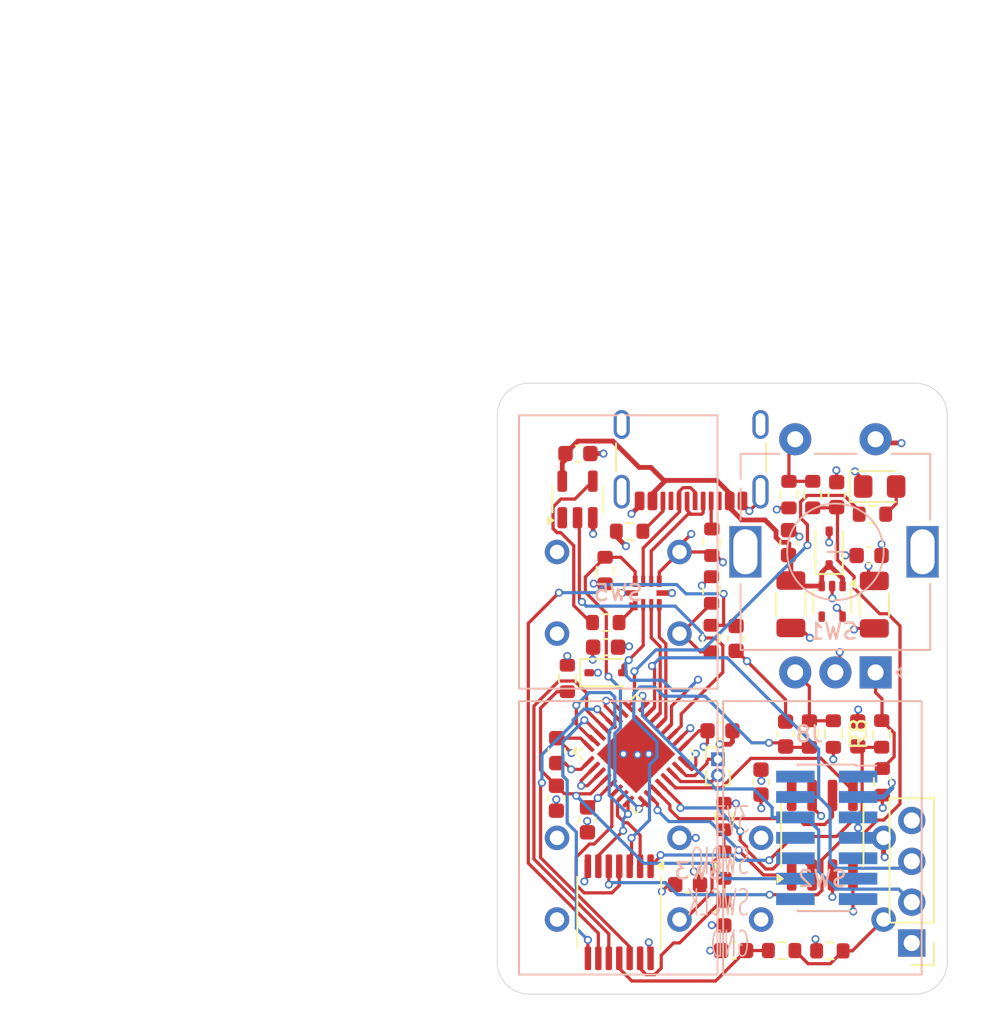
<source format=kicad_pcb>
(kicad_pcb (version 20241229) (generator "pcbnew") (generator_version "9.0")
  (layers (0 "F.Cu" signal) (4 "In1.Cu" mixed) (6 "In2.Cu" mixed) (2 "B.Cu" signal) (13 "F.Paste" user) (15 "B.Paste" user) (5 "F.SilkS" user "F.Silkscreen") (7 "B.SilkS" user "B.Silkscreen") (1 "F.Mask" user) (3 "B.Mask" user) (25 "Edge.Cuts" user))
  (net 0 "")
  (net 1 "3V3")
  (net 2 "GND")
  (net 3 "NRST")
  (net 4 "Net-(D1-A)")
  (net 5 "LED")
  (net 6 "enc_A")
  (net 7 "BOOT0")
  (net 8 "Net-(C17-Pad1)")
  (net 9 "SWCLK")
  (net 10 "Net-(SW5-C)")
  (net 11 "enc_B")
  (net 12 "USART1_RX")
  (net 13 "USART1_TX")
  (net 14 "pushbutton_B")
  (net 15 "pushbutton_A")
  (net 16 "SWDIO")
  (net 17 "Net-(SW2-C)")
  (net 19 "5V")
  (net 20 "/usb_N")
  (net 22 "/usb_P")
  (net 24 "Net-(J1-CC1)")
  (net 25 "Net-(J1-CC2)")
  (net 26 "Net-(C6-Pad1)")
  (net 27 "Net-(C7-Pad1)")
  (net 28 "Net-(C8-Pad1)")
  (net 29 "Net-(C9-Pad1)")
  (net 30 "Net-(C10-Pad1)")
  (net 39 "Net-(R1-Pad1)")
  (net 40 "Net-(R6-Pad1)")
  (net 41 "Net-(R7-Pad1)")
  (net 42 "Net-(SW3-C)")
  (net 43 "Net-(U4-Y)")
  (net 44 "usb_switch")
  (net 45 "/usb_mcu_N")
  (net 46 "/usb_mcu_P")
  (net 47 "Net-(U1-PA9)")
  (net 52 "MISO")
  (net 53 "SCK")
  (net 54 "pushbutton_C")
  (net 55 "CS")
  (net 56 "MOSI")
  (net 57 "Net-(J3-Pin_1)")
  (net 58 "Net-(J3-Pin_2)")
  (footprint "Connector_PinHeader_2.54mm:PinHeader_1x04_P2.54mm_Vertical" (layer "F.Cu") (at 151.61 105.6 180)
    (property "Reference" "J5" (hide yes))
    (property "Value" "Conn_01x04")
  )
  (footprint "Package_SO:TSSOP-14_4.4x5mm_P0.65mm" (layer "F.Cu") (at 133.41 103.6875 -90)
    (property "Reference" "U6" (hide yes))
    (property "Value" "SN74LV14APWR")
  )
  (footprint "Capacitor_SMD:C_0603_1608Metric" (layer "F.Cu") (at 137.665 101.97)
    (property "Reference" "C13" (hide yes))
    (property "Value" "1uF")
  )
  (footprint "Resistor_SMD:R_0603_1608Metric" (layer "F.Cu") (at 143.515 106.07 180)
    (property "Reference" "R13" (hide yes))
    (property "Value" "10k")
  )
  (footprint "Connector_USB:USB_C_Receptacle_GCT_USB4105-xx-A_16P_TopMnt_Horizontal" (layer "F.Cu") (at 137.88 74.425 180)
    (property "Reference" "J1" (hide yes))
    (property "Value" "USB4105-GF-A-120")
  )
  (footprint "Diode_SMD:D_SOD-323" (layer "F.Cu") (at 146.47 81.04 90)
    (property "Reference" "D2" (hide yes))
    (property "Value" "1N5819WS")
  )
  (footprint "Resistor_SMD:R_0603_1608Metric" (layer "F.Cu") (at 146.73 92.605 -90)
    (property "Reference" "R6" (hide yes))
    (property "Value" "10k")
  )
  (footprint "Package_SO:SOIC-8_3.9x4.9mm_P1.27mm" (layer "F.Cu") (at 146.045 98.895 90)
    (property "Reference" "U5" (hide yes))
    (property "Value" "M95M04-DRMN6TP")
  )
  (footprint "Capacitor_SMD:C_0603_1608Metric" (layer "F.Cu") (at 132.5625 87.2 180)
    (property "Reference" "C15" (hide yes))
    (property "Value" "1uF")
  )
  (footprint "footprints:RSE10" (layer "F.Cu") (at 135.15 83.8326 90)
    (property "Reference" "U2" (hide yes))
    (property "Value" "TS3USB221ARSER")
  )
  (footprint "Diode_SMD:D_SOD-323" (layer "F.Cu") (at 132.59 88.79)
    (property "Reference" "D3" (hide yes))
    (property "Value" "1N5819WS")
  )
  (footprint "Capacitor_SMD:C_0603_1608Metric" (layer "F.Cu") (at 146.94 77.715 90)
    (property "Reference" "C10" (hide yes))
    (property "Value" "1uF")
  )
  (footprint "Package_TO_SOT_SMD:SOT-353_SC-70-5" (layer "F.Cu") (at 146.6575 84.35 -90)
    (property "Reference" "U3" (hide yes))
    (property "Value" "MIC5365-3.3YC5-TR")
  )
  (footprint "Resistor_SMD:R_0603_1608Metric" (layer "F.Cu") (at 146.515 106.09 180)
    (property "Reference" "R11" (hide yes))
    (property "Value" "10k")
  )
  (footprint "Capacitor_SMD:C_0603_1608Metric" (layer "F.Cu") (at 148.25 92.595 90)
    (property "Reference" "C6" (hide yes))
    (property "Value" "1uF")
  )
  (footprint "Capacitor_SMD:C_0603_1608Metric" (layer "F.Cu") (at 131.43 97.94 -90)
    (property "Reference" "C12" (hide yes))
    (property "Value" "1uF")
  )
  (footprint "Resistor_SMD:R_0603_1608Metric" (layer "F.Cu") (at 143.97 77.715 -90)
    (property "Reference" "R1" (hide yes))
    (property "Value" "10k")
  )
  (footprint "Resistor_SMD:R_0603_1608Metric" (layer "F.Cu") (at 134.055 79.99)
    (property "Reference" "R3" (hide yes))
    (property "Value" "5k1")
  )
  (footprint "Resistor_SMD:R_0603_1608Metric" (layer "F.Cu") (at 139.92 97.735 90)
    (property "Reference" "R15" (hide yes))
    (property "Value" "10k")
  )
  (footprint "Resistor_SMD:R_0603_1608Metric" (layer "F.Cu") (at 130.18 89.145 90)
    (property "Reference" "R5" (hide yes))
    (property "Value" "10k")
  )
  (footprint "Capacitor_SMD:C_0603_1608Metric" (layer "F.Cu") (at 129.52 93.635 90)
    (property "Reference" "C11" (hide yes))
    (property "Value" "1uF")
  )
  (footprint "Resistor_SMD:R_0603_1608Metric" (layer "F.Cu") (at 145.45 77.71 90)
    (property "Reference" "R14" (hide yes))
    (property "Value" "10k")
  )
  (footprint "Capacitor_SMD:C_0603_1608Metric" (layer "F.Cu") (at 139.68 92.4)
    (property "Reference" "C5" (hide yes))
    (property "Value" "1uF")
  )
  (footprint "Capacitor_SMD:C_0603_1608Metric" (layer "F.Cu") (at 142.23 95.595 -90)
    (property "Reference" "C18" (hide yes))
    (property "Value" "1uF")
  )
  (footprint "Resistor_SMD:R_0603_1608Metric" (layer "F.Cu") (at 132.5725 85.67)
    (property "Reference" "R16" (hide yes))
    (property "Value" "220R")
  )
  (footprint "Resistor_SMD:R_0603_1608Metric" (layer "F.Cu") (at 132.53 82.435 90)
    (property "Reference" "R18" (hide yes))
    (property "Value" "20k")
  )
  (footprint "Resistor_SMD:R_0603_1608Metric" (layer "F.Cu") (at 149.165 78.93)
    (property "Reference" "R4" (hide yes))
    (property "Value" "1k")
  )
  (footprint "Resistor_SMD:R_0603_1608Metric" (layer "F.Cu") (at 139.15 83.645 90)
    (property "Reference" "R10" (hide yes))
    (property "Value" "10k")
  )
  (footprint "Package_TO_SOT_SMD:SOT-23-5" (layer "F.Cu") (at 130.815 78.0125 90)
    (property "Reference" "U4" (hide yes))
    (property "Value" "SN74LV1T34DBVR")
  )
  (footprint "Capacitor_SMD:C_0603_1608Metric" (layer "F.Cu") (at 129.5 96.595 -90)
    (property "Reference" "C2" (hide yes))
    (property "Value" "1uF")
  )
  (footprint "Capacitor_SMD:C_0603_1608Metric" (layer "F.Cu") (at 139.92 103.735 -90)
    (property "Reference" "C17" (hide yes))
    (property "Value" "1uF")
  )
  (footprint "Capacitor_SMD:C_0603_1608Metric" (layer "F.Cu") (at 130.84 75.16)
    (property "Reference" "C16" (hide yes))
    (property "Value" "1uF")
  )
  (footprint "Resistor_SMD:R_0603_1608Metric" (layer "F.Cu") (at 139.92 100.755 -90)
    (property "Reference" "R17" (hide yes))
    (property "Value" "10k")
  )
  (footprint "LED_SMD:LED_0805_2012Metric_Pad1.15x1.40mm_HandSolder" (layer "F.Cu") (at 149.615 77.21)
    (property "Reference" "D1" (hide yes))
    (property "Value" "LED")
  )
  (footprint "Capacitor_SMD:C_0603_1608Metric" (layer "F.Cu") (at 140.525 106.07 180)
    (property "Reference" "C9" (hide yes))
    (property "Value" "1uF")
  )
  (footprint "Resistor_SMD:R_0603_1608Metric" (layer "F.Cu") (at 149.78 95.575 -90)
    (property "Reference" "R7" (hide yes))
    (property "Value" "10k")
  )
  (footprint "Resistor_SMD:R_0603_1608Metric" (layer "F.Cu") (at 149.74 92.595 90)
    (property "Reference" "R8")
    (property "Value" "10k")
  )
  (footprint "Capacitor_SMD:C_0603_1608Metric" (layer "F.Cu") (at 148.955 81.5 180)
    (property "Reference" "C4" (hide yes))
    (property "Value" "1uF")
  )
  (footprint "Capacitor_SMD:C_1206_3216Metric" (layer "F.Cu") (at 144.09 84.53 -90)
    (property "Reference" "C1" (hide yes))
    (property "Value" "16V/47uF")
  )
  (footprint "Capacitor_SMD:C_0603_1608Metric" (layer "F.Cu") (at 140.68 86.655 -90)
    (property "Reference" "C8" (hide yes))
    (property "Value" "1uF")
  )
  (footprint "Resistor_SMD:R_0603_1608Metric" (layer "F.Cu") (at 139.13 86.665 90)
    (property "Reference" "R12" (hide yes))
    (property "Value" "10k")
  )
  (footprint "Capacitor_SMD:C_0603_1608Metric" (layer "F.Cu") (at 143.9425 80.7 90)
    (property "Reference" "C3" (hide yes))
    (property "Value" "1uF")
  )
  (footprint "Resistor_SMD:R_0603_1608Metric" (layer "F.Cu") (at 139.17 80.675 90)
    (property "Reference" "R2" (hide yes))
    (property "Value" "5k1")
  )
  (footprint "Package_DFN_QFN:QFN-32-1EP_5x5mm_P0.5mm_EP3.45x3.45mm" (layer "F.Cu") (at 134.459 93.8461 45)
    (property "Reference" "U1" (hide yes))
    (property "Value" "STM32L432KBU6")
  )
  (footprint "Capacitor_SMD:C_1206_3216Metric" (layer "F.Cu") (at 149.28 84.555 -90)
    (property "Reference" "C14" (hide yes))
    (property "Value" "16V/47uF")
  )
  (footprint "Resistor_SMD:R_0603_1608Metric" (layer "F.Cu") (at 145.24 92.605 90)
    (property "Reference" "R9" (hide yes))
    (property "Value" "10k")
  )
  (footprint "Connector_PinHeader_1.00mm:PinHeader_1x02_P1.00mm_Vertical" (layer "F.Cu") (at 139.55 94.17)
    (property "Reference" "J3" (hide yes))
    (property "Value" "Conn_01x02")
  )
  (footprint "Capacitor_SMD:C_0603_1608Metric" (layer "F.Cu") (at 143.76 92.605 90)
    (property "Reference" "C7" (hide yes))
    (property "Value" "1uF")
  )
  (footprint "PB86:PB_86_A0" (layer "B.Cu") (at 133.35 99.06 180)
    (property "Reference" "SW3")
    (property "Value" "PB_86_A1")
  )
  (footprint "PB86:PB_86_A0" (layer "B.Cu") (at 146.05 99.06 180)
    (property "Reference" "SW2")
    (property "Value" "PB_86_A1")
  )
  (footprint "Rotary_Encoder:RotaryEncoder_Alps_EC11E-Switch_Vertical_H20mm" (layer "B.Cu") (at 149.36 88.77 90)
    (property "Reference" "SW1")
    (property "Value" "RotaryEncoder_Switch")
  )
  (footprint "Connector_PinHeader_1.27mm:PinHeader_2x07_P1.27mm_Vertical_SMD" (layer "B.Cu") (at 146.32 99.06 180)
    (property "Reference" "J8")
    (property "Value" "Conn_ST_STDC14")
  )
  (footprint "PB86:PB_86_A0" (layer "B.Cu") (at 133.35 81.28 180)
    (property "Reference" "SW5")
    (property "Value" "PB_86_A1")
  )
  (gr_arc (start 125.82 72.78) (mid 126.405786 71.365786) (end 127.82 70.78) (stroke (width 0.05)) (layer "Edge.Cuts"))
  (gr_line (start 127.82 108.78) (end 151.82 108.78) (stroke (width 0.05)) (layer "Edge.Cuts"))
  (gr_line (start 125.82 72.78) (end 125.82 106.78) (stroke (width 0.05)) (layer "Edge.Cuts"))
  (gr_line (start 153.82 106.78) (end 153.820001 72.78) (stroke (width 0.05)) (layer "Edge.Cuts"))
  (gr_arc (start 127.82 108.78) (mid 126.405786 108.194214) (end 125.82 106.78) (stroke (width 0.05)) (layer "Edge.Cuts"))
  (gr_arc (start 151.820001 70.78) (mid 153.234215 71.365786) (end 153.820001 72.78) (stroke (width 0.05)) (layer "Edge.Cuts"))
  (gr_line (start 127.82 70.78) (end 151.820001 70.78) (stroke (width 0.05)) (layer "Edge.Cuts"))
  (gr_arc (start 153.82 106.78) (mid 153.234214 108.194214) (end 151.82 108.78) (stroke (width 0.05)) (layer "Edge.Cuts"))
  (gr_text "3V3\nSWDIO\nSWCLK\nGND" (at 141.59 106.61 0) (layer "B.SilkS") (effects (font (size 1.6 0.8) (thickness 0.1)) (justify left bottom mirror)))
  (segment (start 143.31 78.54) (end 143.21 78.64) (width 0.2) (layer "F.Cu") (net 1))
  (segment (start 148.92 82.16) (end 148.92 82.72) (width 0.2) (layer "F.Cu") (net 1))
  (segment (start 130.03 94.41) (end 130.42 94.8) (width 0.2) (layer "F.Cu") (net 1))
  (segment (start 132.4933 96.1653) (end 132.9122 95.7464) (width 0.2) (layer "F.Cu") (net 1))
  (segment (start 145.69 105.43) (end 145.62 105.36) (width 0.2) (layer "F.Cu") (net 1))
  (segment (start 132.42 83.25) (end 132.52 83.25) (width 0.2) (layer "F.Cu") (net 1))
  (segment (start 146.73 93.43) (end 146.73 94.18) (width 0.2) (layer "F.Cu") (net 1))
  (segment (start 148.92 82.72) (end 149.28 83.08) (width 0.2) (layer "F.Cu") (net 1))
  (segment (start 131.43 97.087) (end 131.43 97.165) (width 0.2) (layer "F.Cu") (net 1))
  (segment (start 147.3075 85.2067) (end 147.3075 85.3) (width 0.2) (layer "F.Cu") (net 1))
  (segment (start 133.3875 87.15) (end 133.3375 87.2) (width 0.2) (layer "F.Cu") (net 1))
  (segment (start 147.3075 85.3) (end 147.3075 85.112461) (width 0.2) (layer "F.Cu") (net 1))
  (segment (start 130.18 87.75) (end 130.18 88.0775) (width 0.3) (layer "F.Cu") (net 1))
  (segment (start 138.905 92.4) (end 138.379974 92.4) (width 0.2) (layer "F.Cu") (net 1))
  (segment (start 135.25 105.8625) (end 135.36 105.9725) (width 0.2) (layer "F.Cu") (net 1))
  (segment (start 145.69 106.09) (end 145.69 105.43) (width 0.2) (layer "F.Cu") (net 1))
  (segment (start 147.3075 85.112461) (end 146.94432 84.749281) (width 0.2) (layer "F.Cu") (net 1))
  (segment (start 133.5826 83.8326) (end 134.197556 83.8326) (width 0.2) (layer "F.Cu") (net 1))
  (segment (start 132.52 83.25) (end 132.53 83.26) (width 0.2) (layer "F.Cu") (net 1))
  (segment (start 149.78 97.176117) (end 149.80442 97.200537) (width 0.2) (layer "F.Cu") (net 1))
  (segment (start 145.41 97.139998) (end 145.970002 97.7) (width 0.2) (layer "F.Cu") (net 1))
  (segment (start 131.82 83.25) (end 132.42 83.25) (width 0.3) (layer "F.Cu") (net 1))
  (segment (start 132.08 88.79) (end 131.54 88.79) (width 0.2) (layer "F.Cu") (net 1))
  (segment (start 138.905 93.145) (end 138.905 92.4) (width 0.2) (layer "F.Cu") (net 1))
  (segment (start 145.41 96.42) (end 145.41 97.139998) (width 0.2) (layer "F.Cu") (net 1))
  (segment (start 132.912204 95.746449) (end 132.074327 96.584327) (width 0.2) (layer "F.Cu") (net 1))
  (segment (start 131.030226 94.8) (end 131.49799 94.332236) (width 0.2) (layer "F.Cu") (net 1))
  (segment (start 139.15 82.82) (end 139.1 82.82) (width 0.2) (layer "F.Cu") (net 1))
  (segment (start 149.73 80.8) (end 149.73 81.5) (width 0.2) (layer "F.Cu") (net 1))
  (segment (start 140.66 96.91) (end 140.67 96.92) (width 0.2) (layer "F.Cu") (net 1))
  (segment (start 144.14 96.42) (end 145.41 96.42) (width 0.3) (layer "F.Cu") (net 1))
  (segment (start 149.78 96.4) (end 149.78 97.176117) (width 0.2) (layer "F.Cu") (net 1))
  (segment (start 136.89 101.97) (end 136.49 101.97) (width 0.2) (layer "F.Cu") (net 1))
  (segment (start 146.68 101.37) (end 146.68 102.729998) (width 0.2) (layer "F.Cu") (net 1))
  (segment (start 131.833654 96.825) (end 131.55 96.825) (width 0.2) (layer "F.Cu") (net 1))
  (segment (start 136.49 101.97) (end 136.06 102.4) (width 0.2) (layer "F.Cu") (net 1))
  (segment (start 130.18 88.0775) (end 130.4225 88.32) (width 0.3) (layer "F.Cu") (net 1))
  (segment (start 139.1 82.82) (end 138.55 83.37) (width 0.2) (layer "F.Cu") (net 1))
  (segment (start 135.36 105.9725) (end 135.36 106.55) (width 0.2) (layer "F.Cu") (net 1))
  (segment (start 129.52 94.41) (end 130.03 94.41) (width 0.2) (layer "F.Cu") (net 1))
  (segment (start 135.25 105.56) (end 135.25 106.165) (width 0.2) (layer "F.Cu") (net 1))
  (segment (start 131.692 96.825) (end 131.43 97.087) (width 0.2) (layer "F.Cu") (net 1))
  (segment (start 134.02 87.15) (end 133.2875 87.15) (width 0.3) (layer "F.Cu") (net 1))
  (segment (start 139.92 96.91) (end 140.66 96.91) (width 0.2) (layer "F.Cu") (net 1))
  (segment (start 147.308 85.2062) (end 147.3075 85.2067) (width 0.2) (layer "F.Cu") (net 1))
  (segment (start 130.42 94.8) (end 131.030226 94.8) (width 0.2) (layer "F.Cu") (net 1))
  (segment (start 143.97 78.54) (end 143.31 78.54) (width 0.2) (layer "F.Cu") (net 1))
  (segment (start 132.074327 96.584327) (end 131.833654 96.825) (width 0.2) (layer "F.Cu") (net 1))
  (segment (start 149.73 81.5) (end 149.73 81.74) (width 0.2) (layer "F.Cu") (net 1))
  (segment (start 142.23 95.5) (end 142.25 95.52) (width 0.2) (layer "F.Cu") (net 1))
  (segment (start 130.18 87.9137) (end 130.18 88.32) (width 0.2) (layer "F.Cu") (net 1))
  (segment (start 146.68 102.729998) (end 146.669998 102.74) (width 0.2) (layer "F.Cu") (net 1))
  (segment (start 132.4931 96.1653) (end 132.4933 96.1653) (width 0.2) (layer "F.Cu") (net 1))
  (segment (start 138.66 93.39) (end 138.905 93.145) (width 0.2) (layer "F.Cu") (net 1))
  (segment (start 138.379974 92.4) (end 137.42001 93.359964) (width 0.2) (layer "F.Cu") (net 1))
  (segment (start 142.23 94.82) (end 142.23 95.5) (width 0.2) (layer "F.Cu") (net 1))
  (via (at 136.06 102.4) (size 0.5) (drill 0.3) (layers "F.Cu" "B.Cu") (net 1))
  (via (at 132.08 88.79) (size 0.5) (drill 0.3) (layers "F.Cu" "B.Cu") (net 1))
  (via (at 146.73 94.18) (size 0.5) (drill 0.3) (layers "F.Cu" "B.Cu") (net 1))
  (via (at 143.21 78.64) (size 0.5) (drill 0.3) (layers "F.Cu" "B.Cu") (net 1))
  (via (at 146.94432 84.749281) (size 0.5) (drill 0.3) (layers "F.Cu" "B.Cu") (net 1))
  (via (at 148.92 82.16) (size 0.5) (drill 0.3) (layers "F.Cu" "B.Cu") (net 1))
  (via (at 140.67 96.92) (size 0.5) (drill 0.3) (layers "F.Cu" "B.Cu") (net 1))
  (via (at 142.25 95.52) (size 0.5) (drill 0.3) (layers "F.Cu" "B.Cu") (net 1))
  (via (at 134.02 87.15) (size 0.5) (drill 0.3) (layers "F.Cu" "B.Cu") (net 1))
  (via (at 149.73 80.8) (size 0.5) (drill 0.3) (layers "F.Cu" "B.Cu") (net 1))
  (via (at 138.66 93.39) (size 0.5) (drill 0.3) (layers "F.Cu" "B.Cu") (net 1))
  (via (at 138.55 83.37) (size 0.5) (drill 0.3) (layers "F.Cu" "B.Cu") (net 1))
  (via (at 149.80442 97.200537) (size 0.5) (drill 0.3) (layers "F.Cu" "B.Cu") (net 1))
  (via (at 132.074327 96.584327) (size 0.5) (drill 0.3) (layers "F.Cu" "B.Cu") (net 1))
  (via (at 145.62 105.36) (size 0.5) (drill 0.3) (layers "F.Cu" "B.Cu") (net 1))
  (via (at 132.074 96.5843) (size 0.5) (drill 0.3) (layers "F.Cu" "B.Cu") (net 1))
  (via (at 131.82 83.25) (size 0.5) (drill 0.3) (layers "F.Cu" "B.Cu") (net 1))
  (via (at 135.25 105.56) (size 0.5) (drill 0.3) (layers "F.Cu" "B.Cu") (net 1))
  (via (at 150.37 95.63) (size 0.5) (drill 0.3) (layers "F.Cu" "B.Cu") (net 1))
  (via (at 130.42 94.8) (size 0.5) (drill 0.3) (layers "F.Cu" "B.Cu") (net 1))
  (via (at 145.970002 97.7) (size 0.5) (drill 0.3) (layers "F.Cu" "B.Cu") (net 1))
  (via (at 146.669998 102.74) (size 0.5) (drill 0.3) (layers "F.Cu" "B.Cu") (net 1))
  (via (at 130.18 87.75) (size 0.5) (drill 0.3) (layers "F.Cu" "B.Cu") (net 1))
  (via (at 133.5826 83.8326) (size 0.5) (drill 0.3) (layers "F.Cu" "B.Cu") (net 1))
  (segment (start 150.37 95.98) (end 150.37 95.63) (width 0.3) (layer "B.Cu") (net 1))
  (segment (start 148.27 96.52) (end 149.83 96.52) (width 0.3) (layer "B.Cu") (net 1))
  (segment (start 145.970002 97.7) (end 145.821 97.7) (width 0.2) (layer "B.Cu") (net 1))
  (segment (start 149.83 96.52) (end 150.37 95.98) (width 0.3) (layer "B.Cu") (net 1))
  (segment (start 147.99 81.49) (end 148 81.5) (width 0.2) (layer "F.Cu") (net 2))
  (segment (start 129.52 92.87) (end 130.44 93.79) (width 0.2) (layer "F.Cu") (net 2))
  (segment (start 133.23 80.32) (end 133.23 79.99) (width 0.2) (layer "F.Cu") (net 2))
  (segment (start 147.49 81.49) (end 147.99 81.49) (width 0.2) (layer "F.Cu") (net 2))
  (segment (start 139.17 104.49) (end 139.33 104.49) (width 0.2) (layer "F.Cu") (net 2))
  (segment (start 148.59 77.21) (end 148.59 76.78) (width 0.2) (layer "F.Cu") (net 2))
  (segment (start 148 81.5) (end 148.18 81.5) (width 0.2) (layer "F.Cu") (net 2))
  (segment (start 148.25 91.82) (end 148.25 91.11) (width 0.2) (layer "F.Cu") (net 2))
  (segment (start 142.23 97.2) (end 142.25 97.22) (width 0.2) (layer "F.Cu") (net 2))
  (segment (start 137.432236 94.332236) (end 137.92 94.82) (width 0.2) (layer "F.Cu") (net 2))
  (segment (start 139.17 81.5) (end 139.439998 81.5) (width 0.2) (layer "F.Cu") (net 2))
  (segment (start 141.08 78.31) (end 141.505 78.735) (width 0.3) (layer "F.Cu") (net 2))
  (segment (start 131.43 98.715) (end 131.43 98.029572) (width 0.2) (layer "F.Cu") (net 2))
  (segment (start 133.83 80.92) (end 133.2 80.29) (width 0.3) (layer "F.Cu") (net 2))
  (segment (start 142.23 96.37) (end 142.23 97.2) (width 0.2) (layer "F.Cu") (net 2))
  (segment (start 131.35 101.65) (end 131.35 100.44) (width 0.2) (layer "F.Cu") (net 2))
  (segment (start 139.66 93.24) (end 140.3 93.24) (width 0.3) (layer "F.Cu") (net 2))
  (segment (start 148.59 76.78) (end 148.08 76.27) (width 0.2) (layer "F.Cu") (net 2))
  (segment (start 135.900001 82.539999) (end 137.16 81.28) (width 0.2) (layer "F.Cu") (net 2))
  (segment (start 134.55 93.89) (end 134.5029 93.89) (width 0.2) (layer "F.Cu") (net 2))
  (segment (start 150.96 74.5) (end 150.97 74.51) (width 0.3) (layer "F.Cu") (net 2))
  (segment (start 131.04 95.82) (end 131.04 95.497333) (width 0.2) (layer "F.Cu") (net 2))
  (segment (start 147.95 101.37) (end 147.95 103.618194) (width 0.2) (layer "F.Cu") (net 2))
  (segment (start 131.8146 95.4296) (end 131.8148 95.4296) (width 0.2) (layer "F.Cu") (net 2))
  (segment (start 139.439998 81.5) (end 139.859998 81.92) (width 0.2) (layer "F.Cu") (net 2))
  (segment (start 129.5 97.37) (end 129.5 96.676639) (width 0.2) (layer "F.Cu") (net 2))
  (segment (start 140.455 93.085) (end 140.455 92.4) (width 0.3) (layer "F.Cu") (net 2))
  (segment (start 133.2658 91.5922) (end 133.266 91.5922) (width 0.2) (layer "F.Cu") (net 2))
  (segment (start 131.8148 95.4296) (end 132.2051 95.0393) (width 0.2) (layer "F.Cu") (net 2))
  (segment (start 134.68 78.4) (end 134.17 78.91) (width 0.3) (layer "F.Cu") (net 2))
  (segment (start 146.6575 83.4) (end 146.6575 84.1475) (width 0.2) (layer "F.Cu") (net 2))
  (segment (start 147.13 89) (end 147.13 87.51) (width 0.2) (layer "F.Cu") (net 2))
  (segment (start 138.174182 94.565818) (end 138.174182 93.821838) (width 0.2) (layer "F.Cu") (net 2))
  (segment (start 134.68 78.4) (end 134.68 78.105) (width 0.2) (layer "F.Cu") (net 2))
  (segment (start 142.2 78.04) (end 141.505 78.735) (width 0.2) (layer "F.Cu") (net 2))
  (segment (start 146.47 79.99) (end 146.47 80.69) (width 0.2) (layer "F.Cu") (net 2))
  (segment (start 135.900001 83.1052) (end 135.900001 82.539999) (width 0.2) (layer "F.Cu") (net 2))
  (segment (start 131.35 101.045) (end 131.46 100.935) (width 0.2) (layer "F.Cu") (net 2))
  (segment (start 137.16 81.28) (end 137.16 80.89) (width 0.2) (layer "F.Cu") (net 2))
  (segment (start 131.42444 95.82) (end 132.205097 95.039343) (width 0.2) (layer "F.Cu") (net 2))
  (segment (start 132.91 90.53) (end 133.618644 91.238644) (width 0.2) (layer "F.Cu") (net 2))
  (segment (start 147.95 103.618194) (end 147.971808 103.640002) (width 0.2) (layer "F.Cu") (net 2))
  (segment (start 131.43 98.029572) (end 131.415428 98.015) (width 0.2) (layer "F.Cu") (net 2))
  (segment (start 129.5 96.676639) (end 129.493361 96.67) (width 0.2) (layer "F.Cu") (net 2))
  (segment (start 139.35 104.51) (end 139.92 104.51) (width 0.2) (layer "F.Cu") (net 2))
  (segment (start 142.2 77.53) (end 142.2 78.04) (width 0.2) (layer "F.Cu") (net 2))
  (segment (start 137.92 94.82) (end 138.174182 94.565818) (width 0.2) (layer "F.Cu") (net 2))
  (segment (start 131.76 87.98) (end 131.76 87.2275) (width 0.2) (layer "F.Cu") (net 2))
  (segment (start 138.44 101.54) (end 138.05 101.15) (width 0.2) (layer "F.Cu") (net 2))
  (segment (start 146.94 76.22) (end 146.92 76.2) (width 0.2) (layer "F.Cu") (net 2))
  (segment (start 149.86 100.19) (end 149.93 100.26) (width 0.3) (layer "F.Cu") (net 2))
  (segment (start 139.07 106.07) (end 139.75 106.07) (width 0.2) (layer "F.Cu") (net 2))
  (segment (start 133.265 90.8843) (end 133.6193 91.2386) (width 0.2) (layer "F.Cu") (net 2))
  (segment (start 138.95 81.28) (end 139.17 81.5) (width 0.2) (layer "F.Cu") (net 2))
  (segment (start 132.54 90.86644) (end 133.265757 91.592197) (width 0.2) (layer "F.Cu") (net 2))
  (segment (start 144.215 79.925) (end 144.62 80.33) (width 0.2) (layer "F.Cu") (net 2))
  (segment (start 146.94 76.94) (end 146.94 76.22) (width 0.2) (layer "F.Cu") (net 2))
  (segment (start 143.9425 79.925) (end 144.215 79.925) (width 0.2) (layer "F.Cu") (net 2))
  (segment (start 137.16 81.28) (end 138.95 81.28) (width 0.2) (layer "F.Cu") (net 2))
  (segment (start 143.76 90.47) (end 143.76 91.83) (width 0.2) (layer "F.Cu") (net 2))
  (segment (start 139.33 104.49) (end 139.35 104.51) (width 0.2) (layer "F.Cu") (net 2))
  (segment (start 131.49799 93.359964) (end 130.998026 92.86) (width 0.2) (layer "F.Cu") (net 2))
  (segment (start 129.52 92.86) (end 129.52 92.87) (width 0.2) (layer "F.Cu") (net 2))
  (segment (start 137.6639 94.5761) (end 137.42 94.3322) (width 0.2) (layer "F.Cu") (net 2))
  (segment (start 141.36 88.07) (end 143.76 90.47) (width 0.2) (layer "F.Cu") (net 2))
  (segment (start 131.785 80.16) (end 131.785 79.17) (width 0.3) (layer "F.Cu") (net 2))
  (segment (start 136.69 83.8326) (end 136.102443 83.8326) (width 0.2) (layer "F.Cu") (net 2))
  (segment (start 131.04 95.82) (end 131.42444 95.82) (width 0.2) (layer "F.Cu") (net 2))
  (segment (start 140.72 87.43) (end 141.36 88.07) (width 0.2) (layer "F.Cu") (net 2))
  (segment (start 141.08 78.31) (end 141.08 78.105) (width 0.2) (layer "F.Cu") (net 2))
  (segment (start 144.655 86.005) (end 145.27 86.62) (width 0.2) (layer "F.Cu") (net 2))
  (segment (start 131.785 79.665) (end 131.765 79.645) (width 0.2) (layer "F.Cu") (net 2))
  (segment (start 137.833924 92.238943) (end 137.066456 93.006411) (width 0.2) (layer "F.Cu") (net 2))
  (segment (start 134.5029 93.89) (end 134.459 93.8461) (width 0.2) (layer "F.Cu") (net 2))
  (segment (start 131.765 79.645) (end 131.765 79.15) (width 0.2) (layer "F.Cu") (net 2))
  (segment (start 137.16 80.89) (end 137.89 80.16) (width 0.2) (layer "F.Cu") (net 2))
  (segment (start 149.28 86.03) (end 148.09 86.03) (width 0.2) (layer "F.Cu") (net 2))
  (segment (start 146.6575 84.1475) (end 146.67 84.16) (width 0.2) (layer "F.Cu") (net 2))
  (segment (start 133.2645 90.8843) (end 133.265 90.8843) (width 0.2) (layer "F.Cu") (net 2))
  (segment (start 131.24 101.77) (end 131.24 101.76) (width 0.2) (layer "F.Cu") (net 2))
  (segment (start 132.54 90.59) (end 132.54 90.86644) (width 0.2) (layer "F.Cu") (net 2))
  (segment (start 149.63 74.5) (end 150.96 74.5) (width 0.3) (layer "F.Cu") (net 2))
  (segment (start 146.6575 83.7732) (end 146.6575 83.4) (width 0.2) (layer "F.Cu") (net 2))
  (segment (start 131.24 101.76) (end 131.35 101.65) (width 0.2) (layer "F.Cu") (net 2))
  (segment (start 148.25 91.11) (end 148.28 91.08) (width 0.2) (layer "F.Cu") (net 2))
  (segment (start 131.615 75.16) (end 132.43 75.16) (width 0.3) (layer "F.Cu") (net 2))
  (segment (start 144.09 86.005) (end 144.655 86.005) (width 0.2) (layer "F.Cu") (net 2))
  (segment (start 138.44 101.97) (end 138.44 101.54) (width 0.2) (layer "F.Cu") (net 2))
  (segment (start 149.86 99.06) (end 149.86 100.19) (width 0.3) (layer "F.Cu") (net 2))
  (segment (start 148.09 86.03) (end 148.02 86.1) (width 0.2) (layer "F.Cu") (net 2))
  (segment (start 146.658 83.7737) (end 146.6575 83.7732) (width 0.2) (layer "F.Cu") (net 2))
  (segment (start 140.3 93.24) (end 140.455 93.085) (width 0.3) (layer "F.Cu") (net 2))
  (segment (start 140.68 87.43) (end 140.72 87.43) (width 0.2) (layer "F.Cu") (net 2))
  (segment (start 131.04 95.497333) (end 131.851544 94.685789) (width 0.2) (layer "F.Cu") (net 2))
  (segment (start 137.676 94.5761) (end 137.6639 94.5761) (width 0.2) (layer "F.Cu") (net 2))
  (segment (start 131.46 100.935) (end 131.46 100.825) (width 0.2) (layer "F.Cu") (net 2))
  (segment (start 132.6 90.53) (end 132.91 90.53) (width 0.2) (layer "F.Cu") (net 2))
  (segment (start 132.6 90.53) (end 132.54 90.59) (width 0.2) (layer "F.Cu") (net 2))
  (segment (start 131.76 87.2275) (end 131.7875 87.2) (width 0.2) (layer "F.Cu") (net 2))
  (segment (start 130.998026 92.86) (end 129.52 92.86) (width 0.2) (layer "F.Cu") (net 2))
  (via (at 147.49 81.49) (size 0.5) (drill 0.3) (layers "F.Cu" "B.Cu") (net 2))
  (via (at 133.83 80.92) (size 0.5) (drill 0.3) (layers "F.Cu" "B.Cu") (net 2))
  (via (at 144.62 80.33) (size 0.5) (drill 0.3) (layers "F.Cu" "B.Cu") (net 2))
  (via (at 138.174 93.8218) (size 0.5) (drill 0.3) (layers "F.Cu" "B.Cu") (net 2))
  (via (at 135.25 93.8461) (size 0.5) (drill 0.3) (layers "F.Cu" "B.Cu") (net 2))
  (via (at 148.27 98.44) (size 0.5) (drill 0.3) (layers "F.Cu" "B.Cu") (net 2))
  (via (at 148.08 76.27) (size 0.5) (drill 0.3) (layers "F.Cu" "B.Cu") (net 2))
  (via (at 137.89 80.16) (size 0.5) (drill 0.3) (layers "F.Cu" "B.Cu") (net 2))
  (via (at 149.93 100.26) (size 0.5) (drill 0.3) (layers "F.Cu" "B.Cu") (net 2))
  (via (at 134.17 78.91) (size 0.5) (drill 0.3) (layers "F.Cu" "B.Cu") (net 2))
  (via (at 141.505 78.735) (size 0.5) (drill 0.3) (layers "F.Cu" "B.Cu") (net 2))
  (via (at 134.55 93.89) (size 0.5) (drill 0.3) (layers "F.Cu" "B.Cu") (net 2))
  (via (at 139.07 106.07) (size 0.5) (drill 0.3) (layers "F.Cu" "B.Cu") (net 2))
  (via (at 130.44 93.79) (size 0.5) (drill 0.3) (layers "F.Cu" "B.Cu") (net 2))
  (via (at 146.92 76.2) (size 0.5) (drill 0.3) (layers "F.Cu" "B.Cu") (net 2))
  (via (at 138.174182 93.821838) (size 0.5) (drill 0.3) (layers "F.Cu" "B.Cu") (net 2))
  (via (at 133.67 93.8461) (size 0.5) (drill 0.3) (layers "F.Cu" "B.Cu") (net 2))
  (via (at 146.67 84.16) (size 0.5) (drill 0.3) (layers "F.Cu" "B.Cu") (net 2))
  (via (at 132.6 90.53) (size 0.5) (drill 0.3) (layers "F.Cu" "B.Cu") (net 2))
  (via (at 129.493361 96.67) (size 0.5) (drill 0.3) (layers "F.Cu" "B.Cu") (net 2))
  (via (at 131.785 80.16) (size 0.5) (drill 0.3) (layers "F.Cu" "B.Cu") (net 2))
  (via (at 131.24 101.77) (size 0.5) (drill 0.3) (layers "F.Cu" "B.Cu") (net 2))
  (via (at 129.493 96.67) (size 0.5) (drill 0.3) (layers "F.Cu" "B.Cu") (net 2))
  (via (at 148.28 91.08) (size 0.5) (drill 0.3) (layers "F.Cu" "B.Cu") (net 2))
  (via (at 145.27 86.62) (size 0.5) (drill 0.3) (layers "F.Cu" "B.Cu") (net 2))
  (via (at 137.833924 92.238943) (size 0.5) (drill 0.3) (layers "F.Cu" "B.Cu") (net 2))
  (via (at 131.415428 98.015) (size 0.5) (drill 0.3) (layers "F.Cu" "B.Cu") (net 2))
  (via (at 139.66 93.24) (size 0.5) (drill 0.3) (layers "F.Cu" "B.Cu") (net 2))
  (via (at 147.13 87.51) (size 0.5) (drill 0.3) (layers "F.Cu" "B.Cu") (net 2))
  (via (at 136.69 83.8326) (size 0.5) (drill 0.3) (layers "F.Cu" "B.Cu") (net 2))
  (via (at 147.971808 103.640002) (size 0.5) (drill 0.3) (layers "F.Cu" "B.Cu") (net 2))
  (via (at 132.43 75.16) (size 0.5) (drill 0.3) (layers "F.Cu" "B.Cu") (net 2))
  (via (at 131.415 98.015) (size 0.5) (drill 0.3) (layers "F.Cu" "B.Cu") (net 2))
  (via (at 146.47 80.69) (size 0.5) (drill 0.3) (layers "F.Cu" "B.Cu") (net 2))
  (via (at 142.25 97.22) (size 0.5) (drill 0.3) (layers "F.Cu" "B.Cu") (net 2))
  (via (at 150.97 74.51) (size 0.5) (drill 0.3) (layers "F.Cu" "B.Cu") (net 2))
  (via (at 131.76 87.98) (size 0.5) (drill 0.3) (layers "F.Cu" "B.Cu") (net 2))
  (via (at 138.17 99.06) (size 0.5) (drill 0.3) (layers "F.Cu" "B.Cu") (net 2))
  (via (at 138.05 101.15) (size 0.5) (drill 0.3) (layers "F.Cu" "B.Cu") (net 2))
  (via (at 131.04 95.82) (size 0.5) (drill 0.3) (layers "F.Cu" "B.Cu") (net 2))
  (via (at 139.17 104.49) (size 0.5) (drill 0.3) (layers "F.Cu" "B.Cu") (net 2))
  (via (at 141.36 88.07) (size 0.5) (drill 0.3) (layers "F.Cu" "B.Cu") (net 2))
  (via (at 139.859998 81.92) (size 0.5) (drill 0.3) (layers "F.Cu" "B.Cu") (net 2))
  (via (at 148.02 86.1) (size 0.5) (drill 0.3) (layers "F.Cu" "B.Cu") (net 2))
  (via (at 137.834 92.2389) (size 0.5) (drill 0.3) (layers "F.Cu" "B.Cu") (net 2))
  (segment (start 137.16 99.06) (end 138.17 99.06) (width 0.2) (layer "B.Cu") (net 2))
  (segment (start 147.971808 103.640002) (end 147.96 103.628194) (width 0.2) (layer "B.Cu") (net 2))
  (segment (start 147.96 103.628194) (end 147.96 103.491) (width 0.2) (layer "B.Cu") (net 2))
  (segment (start 148.27 99.06) (end 148.27 98.44) (width 0.3) (layer "B.Cu") (net 2))
  (segment (start 148.27 98.44) (end 148.27 97.79) (width 0.3) (layer "B.Cu") (net 2))
  (segment (start 131.630547 96.321) (end 130.001 96.321) (width 0.2) (layer "F.Cu") (net 3))
  (segment (start 130.7367 96.4417) (end 130.7367 96.321) (width 0.2) (layer "F.Cu") (net 3))
  (segment (start 130.001 96.321) (end 129.5 95.82) (width 0.2) (layer "F.Cu") (net 3))
  (segment (start 128.5155 90.9888) (end 128.5155 94.8355) (width 0.2) (layer "F.Cu") (net 3))
  (segment (start 129.5343 89.97) (end 128.5155 90.9888) (width 0.2) (layer "F.Cu") (net 3))
  (segment (start 132.5588 95.393) (end 132.5589 95.393) (width 0.2) (layer "F.Cu") (net 3))
  (segment (start 130.18 89.97) (end 129.5343 89.97) (width 0.2) (layer "F.Cu") (net 3))
  (segment (start 132.558651 95.392896) (end 131.630547 96.321) (width 0.2) (layer "F.Cu") (net 3))
  (segment (start 132.5587 95.3929) (end 132.5588 95.393) (width 0.2) (layer "F.Cu") (net 3))
  (segment (start 128.5155 94.8355) (end 129.5 95.82) (width 0.2) (layer "F.Cu") (net 3))
  (via (at 130.7367 96.4417) (size 0.5) (drill 0.3) (layers "F.Cu" "B.Cu") (net 3))
  (segment (start 139.0505 100.6427) (end 134.9377 100.6427) (width 0.2) (layer "B.Cu") (net 3))
  (segment (start 144.37 101.6) (end 140.0078 101.6) (width 0.2) (layer "B.Cu") (net 3))
  (segment (start 140.0078 101.6) (end 139.0505 100.6427) (width 0.2) (layer "B.Cu") (net 3))
  (segment (start 134.9377 100.6427) (end 130.7367 96.4417) (width 0.2) (layer "B.Cu") (net 3))
  (segment (start 150.64 78.28) (end 149.99 78.93) (width 0.2) (layer "F.Cu") (net 4))
  (segment (start 150.64 77.21) (end 150.64 78.28) (width 0.2) (layer "F.Cu") (net 4))
  (segment (start 148.34 78.93) (end 148.34 78.7055) (width 0.2) (layer "F.Cu") (net 5))
  (segment (start 145.0951 77.763) (end 144.696 78.1621) (width 0.2) (layer "F.Cu") (net 5))
  (segment (start 144.696 78.1621) (end 144.696 79.1643) (width 0.2) (layer "F.Cu") (net 5))
  (segment (start 148.34 78.7055) (end 147.3975 77.763) (width 0.2) (layer "F.Cu") (net 5))
  (segment (start 144.696 79.1643) (end 145.1202 79.5885) (width 0.2) (layer "F.Cu") (net 5))
  (segment (start 145.1202 79.5885) (end 145.1202 80.8643) (width 0.2) (layer "F.Cu") (net 5))
  (segment (start 147.3975 77.763) (end 145.0951 77.763) (width 0.2) (layer "F.Cu") (net 5))
  (segment (start 133.9729 90.8851) (end 134.3576 90.5004) (width 0.2) (layer "F.Cu") (net 5))
  (segment (start 134.3576 90.5004) (end 134.3576 88.7035) (width 0.2) (layer "F.Cu") (net 5))
  (via (at 145.1202 80.8643) (size 0.5) (drill 0.3) (layers "F.Cu" "B.Cu") (net 5))
  (via (at 134.3576 88.7035) (size 0.5) (drill 0.3) (layers "F.Cu" "B.Cu") (net 5))
  (segment (start 135.6889 87.3722) (end 134.3576 88.7035) (width 0.2) (layer "B.Cu") (net 5))
  (segment (start 138.6123 87.3722) (end 135.6889 87.3722) (width 0.2) (layer "B.Cu") (net 5))
  (segment (start 145.1202 80.8643) (end 138.6123 87.3722) (width 0.2) (layer "B.Cu") (net 5))
  (segment (start 133.929 98.1187) (end 133.7397 98.1187) (width 0.2) (layer "F.Cu") (net 6))
  (segment (start 133.3007 96.7722) (end 133.6193 96.4536) (width 0.2) (layer "F.Cu") (net 6))
  (segment (start 134.71 100.825) (end 134.71 98.8997) (width 0.2) (layer "F.Cu") (net 6))
  (segment (start 133.3007 97.6797) (end 133.3007 96.7722) (width 0.2) (layer "F.Cu") (net 6))
  (segment (start 133.7397 98.1187) (end 133.3007 97.6797) (width 0.2) (layer "F.Cu") (net 6))
  (segment (start 134.71 98.8997) (end 133.929 98.1187) (width 0.2) (layer "F.Cu") (net 6))
  (segment (start 133.9729 96.8071) (end 133.9554 96.8246) (width 0.2) (layer "F.Cu") (net 7))
  (segment (start 132.11 100.1611) (end 132.11 100.825) (width 0.2) (layer "F.Cu") (net 7))
  (segment (start 130.7402 91.9807) (end 130.7402 90.8185) (width 0.2) (layer "F.Cu") (net 7))
  (segment (start 133.9554 96.8246) (end 133.9554 97.5821) (width 0.2) (layer "F.Cu") (net 7))
  (segment (start 131.8515 93.0064) (end 131.7659 93.0064) (width 0.2) (layer "F.Cu") (net 7))
  (segment (start 131.7659 93.0064) (end 130.7402 91.9807) (width 0.2) (layer "F.Cu") (net 7))
  (segment (start 133.6523 98.6188) (end 132.11 100.1611) (width 0.2) (layer "F.Cu") (net 7))
  (via (at 130.7402 90.8185) (size 0.5) (drill 0.3) (layers "F.Cu" "B.Cu") (net 7))
  (via (at 133.6523 98.6188) (size 0.5) (drill 0.3) (layers "F.Cu" "B.Cu") (net 7))
  (via (at 133.9554 97.5821) (size 0.5) (drill 0.3) (layers "F.Cu" "B.Cu") (net 7))
  (segment (start 133.1351 90.3079) (end 132.8525 90.0253) (width 0.2) (layer "B.Cu") (net 7))
  (segment (start 132.7845 92.3956) (end 133.1351 92.045) (width 0.2) (layer "B.Cu") (net 7))
  (segment (start 133.6523 97.8852) (end 133.6523 98.6188) (width 0.2) (layer "B.Cu") (net 7))
  (segment (start 131.5334 90.0253) (end 130.7402 90.8185) (width 0.2) (layer "B.Cu") (net 7))
  (segment (start 133.9554 97.5821) (end 132.7845 96.4112) (width 0.2) (layer "B.Cu") (net 7))
  (segment (start 132.7845 96.4112) (end 132.7845 92.3956) (width 0.2) (layer "B.Cu") (net 7))
  (segment (start 132.8525 90.0253) (end 131.5334 90.0253) (width 0.2) (layer "B.Cu") (net 7))
  (segment (start 133.1351 92.045) (end 133.1351 90.3079) (width 0.2) (layer "B.Cu") (net 7))
  (segment (start 133.9554 97.5821) (end 133.6523 97.8852) (width 0.2) (layer "B.Cu") (net 7))
  (segment (start 135.0828 107.5641) (end 134.71 107.1913) (width 0.2) (layer "F.Cu") (net 8))
  (segment (start 134.71 107.1913) (end 134.71 106.55) (width 0.2) (layer "F.Cu") (net 8))
  (segment (start 139.92 101.58) (end 139.92 102.3355) (width 0.2) (layer "F.Cu") (net 8))
  (segment (start 137.1652 105.5931) (end 136.7964 105.5931) (width 0.2) (layer "F.Cu") (net 8))
  (segment (start 139.92 102.3355) (end 139.92 102.8383) (width 0.2) (layer "F.Cu") (net 8))
  (segment (start 136.0227 107.1569) (end 135.6155 107.5641) (width 0.2) (layer "F.Cu") (net 8))
  (segment (start 136.0227 106.3668) (end 136.0227 107.1569) (width 0.2) (layer "F.Cu") (net 8))
  (segment (start 135.6155 107.5641) (end 135.0828 107.5641) (width 0.2) (layer "F.Cu") (net 8))
  (segment (start 139.92 102.3355) (end 139.92 102.96) (width 0.2) (layer "F.Cu") (net 8))
  (segment (start 136.7964 105.5931) (end 136.0227 106.3668) (width 0.2) (layer "F.Cu") (net 8))
  (segment (start 139.92 102.8383) (end 137.1652 105.5931) (width 0.2) (layer "F.Cu") (net 8))
  (segment (start 134.9451 90.8851) (end 134.9451 90.3153) (width 0.2) (layer "F.Cu") (net 9))
  (segment (start 134.9451 90.3153) (end 134.8577 90.2279) (width 0.2) (layer "F.Cu") (net 9))
  (via (at 134.8577 90.2279) (size 0.5) (drill 0.3) (layers "F.Cu" "B.Cu") (net 9))
  (segment (start 145.0237 97.79) (end 144.37 97.79) (width 0.2) (layer "B.Cu") (net 9))
  (segment (start 146.92 102.2499) (end 145.8201 101.15) (width 0.2) (layer "B.Cu") (net 9))
  (segment (start 139.4193 96.0202) (end 141.7702 96.0202) (width 0.2) (layer "B.Cu") (net 9))
  (segment (start 142.9199 97.1699) (end 142.9199 97.79) (width 0.2) (layer "B.Cu") (net 9))
  (segment (start 144.37 97.79) (end 142.9199 97.79) (width 0.2) (layer "B.Cu") (net 9))
  (segment (start 134.8577 90.2279) (end 134.8577 91.4586) (width 0.2) (layer "B.Cu") (net 9))
  (segment (start 145.8201 98.5864) (end 145.0237 97.79) (width 0.2) (layer "B.Cu") (net 9))
  (segment (start 134.8577 91.4586) (end 139.4193 96.0202) (width 0.2) (layer "B.Cu") (net 9))
  (segment (start 150.7999 102.2499) (end 146.92 102.2499) (width 0.2) (layer "B.Cu") (net 9))
  (segment (start 151.61 103.06) (end 150.7999 102.2499) (width 0.2) (layer "B.Cu") (net 9))
  (segment (start 145.8201 101.15) (end 145.8201 98.5864) (width 0.2) (layer "B.Cu") (net 9))
  (segment (start 141.7702 96.0202) (end 142.9199 97.1699) (width 0.2) (layer "B.Cu") (net 9))
  (segment (start 139.13 87.49) (end 138.4586 87.49) (width 0.2) (layer "F.Cu") (net 10))
  (segment (start 137.3286 86.36) (end 137.16 86.36) (width 0.2) (layer "F.Cu") (net 10))
  (segment (start 137.3286 86.2914) (end 139.15 84.47) (width 0.2) (layer "F.Cu") (net 10))
  (segment (start 138.4586 87.49) (end 137.3286 86.36) (width 0.2) (layer "F.Cu") (net 10))
  (segment (start 137.3286 86.36) (end 137.3286 86.2914) (width 0.2) (layer "F.Cu") (net 10))
  (segment (start 132.9506 96.4152) (end 132.9506 98.3427) (width 0.2) (layer "F.Cu") (net 11))
  (segment (start 132.9506 98.3427) (end 131.8483 99.445) (width 0.2) (layer "F.Cu") (net 11))
  (segment (start 133.2658 96.1) (end 132.9506 96.4152) (width 0.2) (layer "F.Cu") (net 11))
  (segment (start 132.9547 102.4817) (end 133.41 102.0264) (width 0.2) (layer "F.Cu") (net 11))
  (segment (start 130.7239 101.9811) (end 131.2245 102.4817) (width 0.2) (layer "F.Cu") (net 11))
  (segment (start 131.8483 99.445) (end 131.5541 99.445) (width 0.2) (layer "F.Cu") (net 11))
  (segment (start 133.41 102.0264) (end 133.41 100.825) (width 0.2) (layer "F.Cu") (net 11))
  (segment (start 131.5541 99.445) (end 130.7239 100.2752) (width 0.2) (layer "F.Cu") (net 11))
  (segment (start 131.2245 102.4817) (end 132.9547 102.4817) (width 0.2) (layer "F.Cu") (net 11))
  (segment (start 130.7239 100.2752) (end 130.7239 101.9811) (width 0.2) (layer "F.Cu") (net 11))
  (segment (start 134.9 87.1063) (end 133.9993 88.007) (width 0.2) (layer "F.Cu") (net 12))
  (segment (start 136.6602 91.9984) (end 136.6602 90.8739) (width 0.2) (layer "F.Cu") (net 12))
  (segment (start 133.9993 88.007) (end 133.64 88.3663) (width 0.2) (layer "F.Cu") (net 12))
  (segment (start 136.6602 90.8739) (end 138.3122 89.2219) (width 0.2) (layer "F.Cu") (net 12))
  (segment (start 134.9 84.56) (end 134.9 87.1063) (width 0.2) (layer "F.Cu") (net 12))
  (segment (start 133.64 88.3663) (end 133.64 88.79) (width 0.2) (layer "F.Cu") (net 12))
  (segment (start 136.3593 92.2993) (end 136.6602 91.9984) (width 0.2) (layer "F.Cu") (net 12))
  (via (at 133.9993 88.007) (size 0.5) (drill 0.3) (layers "F.Cu" "B.Cu") (net 12))
  (via (at 138.3122 89.2219) (size 0.5) (drill 0.3) (layers "F.Cu" "B.Cu") (net 12))
  (segment (start 134.1347 89.259) (end 133.8188 88.9431) (width 0.2) (layer "B.Cu") (net 12))
  (segment (start 136.096 89.259) (end 134.1347 89.259) (width 0.2) (layer "B.Cu") (net 12))
  (segment (start 136.7373 89.9003) (end 136.096 89.259) (width 0.2) (layer "B.Cu") (net 12))
  (segment (start 133.8188 88.9431) (end 133.8188 88.1875) (width 0.2) (layer "B.Cu") (net 12))
  (segment (start 138.3122 89.2219) (end 137.6338 89.9003) (width 0.2) (layer "B.Cu") (net 12))
  (segment (start 133.8188 88.1875) (end 133.9993 88.007) (width 0.2) (layer "B.Cu") (net 12))
  (segment (start 137.6338 89.9003) (end 136.7373 89.9003) (width 0.2) (layer "B.Cu") (net 12))
  (segment (start 134.3963 84.5563) (end 134.4 84.56) (width 0.2) (layer "F.Cu") (net 13))
  (segment (start 134.1785 84.889) (end 134.1785 84.5563) (width 0.2) (layer "F.Cu") (net 13))
  (segment (start 133.3975 85.67) (end 134.1785 84.889) (width 0.2) (layer "F.Cu") (net 13))
  (segment (start 134.2351 84.6126) (end 134.1225 84.5) (width 0.2) (layer "F.Cu") (net 13))
  (segment (start 134.1785 84.5563) (end 134.3963 84.5563) (width 0.2) (layer "F.Cu") (net 13))
  (segment (start 132.76 105.0333) (end 132.76 106.55) (width 0.2) (layer "F.Cu") (net 14))
  (segment (start 128.101 90.8619) (end 128.101 100.3743) (width 0.2) (layer "F.Cu") (net 14))
  (segment (start 129.6579 89.305) (end 128.101 90.8619) (width 0.2) (layer "F.Cu") (net 14))
  (segment (start 131.3802 90.045) (end 130.6402 89.305) (width 0.2) (layer "F.Cu") (net 14))
  (segment (start 128.101 100.3743) (end 132.76 105.0333) (width 0.2) (layer "F.Cu") (net 14))
  (segment (start 130.6402 89.305) (end 129.6579 89.305) (width 0.2) (layer "F.Cu") (net 14))
  (segment (start 132.5587 92.2993) (end 131.3802 91.1208) (width 0.2) (layer "F.Cu") (net 14))
  (segment (start 131.3802 91.1208) (end 131.3802 90.045) (width 0.2) (layer "F.Cu") (net 14))
  (segment (start 132.9122 91.9322) (end 132.9122 91.9458) (width 0.2) (layer "F.Cu") (net 15))
  (segment (start 132.0387 91.0587) (end 132.9122 91.9322) (width 0.2) (layer "F.Cu") (net 15))
  (segment (start 134.06 105.838) (end 128.5157 100.2937) (width 0.2) (layer "F.Cu") (net 15))
  (segment (start 134.06 106.55) (end 134.06 105.838) (width 0.2) (layer "F.Cu") (net 15))
  (segment (start 128.5157 100.2937) (end 128.5157 95.7171) (width 0.2) (layer "F.Cu") (net 15))
  (segment (start 128.5157 95.7171) (end 128.6011 95.6317) (width 0.2) (layer "F.Cu") (net 15))
  (via (at 128.6011 95.6317) (size 0.5) (drill 0.3) (layers "F.Cu" "B.Cu") (net 15))
  (via (at 132.0387 91.0587) (size 0.5) (drill 0.3) (layers "F.Cu" "B.Cu") (net 15))
  (segment (start 128.6011 95.6317) (end 128.6011 93.8852) (width 0.2) (layer "B.Cu") (net 15))
  (segment (start 130.5402 91.9461) (end 130.5402 91.7269) (width 0.2) (layer "B.Cu") (net 15))
  (segment (start 131.2084 91.0587) (end 132.0387 91.0587) (width 0.2) (layer "B.Cu") (net 15))
  (segment (start 128.6011 93.8852) (end 130.5402 91.9461) (width 0.2) (layer "B.Cu") (net 15))
  (segment (start 130.5402 91.7269) (end 131.2084 91.0587) (width 0.2) (layer "B.Cu") (net 15))
  (segment (start 135.4445 88.3704) (end 135.6078 88.5337) (width 0.2) (layer "F.Cu") (net 16))
  (segment (start 135.6078 88.5337) (end 135.6078 90.9295) (width 0.2) (layer "F.Cu") (net 16))
  (segment (start 135.6078 90.9295) (end 135.2987 91.2386) (width 0.2) (layer "F.Cu") (net 16))
  (via (at 135.4445 88.3704) (size 0.5) (drill 0.3) (layers "F.Cu" "B.Cu") (net 16))
  (segment (start 145.0951 96.52) (end 144.37 96.52) (width 0.2) (layer "B.Cu") (net 16))
  (segment (start 145.8201 96.52) (end 145.8201 93.5539) (width 0.2) (layer "B.Cu") (net 16))
  (segment (start 140.1273 87.8611) (end 135.9538 87.8611) (width 0.2) (layer "B.Cu") (net 16))
  (segment (start 145.8201 93.5539) (end 140.1273 87.8611) (width 0.2) (layer "B.Cu") (net 16))
  (segment (start 151.1798 100.9502) (end 151.61 100.52) (width 0.2) (layer "B.Cu") (net 16))
  (segment (start 145.0951 96.52) (end 145.7326 96.52) (width 0.2) (layer "B.Cu") (net 16))
  (segment (start 135.9538 87.8611) (end 135.4445 88.3704) (width 0.2) (layer "B.Cu") (net 16))
  (segment (start 146.9536 100.9502) (end 151.1798 100.9502) (width 0.2) (layer "B.Cu") (net 16))
  (segment (start 145.7326 96.52) (end 145.8201 96.52) (width 0.2) (layer "B.Cu") (net 16))
  (segment (start 146.5311 100.5277) (end 146.9536 100.9502) (width 0.2) (layer "B.Cu") (net 16))
  (segment (start 146.5311 97.231) (end 146.5311 100.5277) (width 0.2) (layer "B.Cu") (net 16))
  (segment (start 145.8201 96.52) (end 146.5311 97.231) (width 0.2) (layer "B.Cu") (net 16))
  (segment (start 147.91 106.09) (end 147.34 106.09) (width 0.2) (layer "F.Cu") (net 17))
  (segment (start 146.5419 106.8881) (end 145.1581 106.8881) (width 0.2) (layer "F.Cu") (net 17))
  (segment (start 149.86 104.14) (end 147.91 106.09) (width 0.2) (layer "F.Cu") (net 17))
  (segment (start 145.1581 106.8881) (end 144.34 106.07) (width 0.2) (layer "F.Cu") (net 17))
  (segment (start 147.34 106.09) (end 146.5419 106.8881) (width 0.2) (layer "F.Cu") (net 17))
  (segment (start 136.296176 76.83) (end 139.479 76.83) (width 0.3) (layer "F.Cu") (net 19))
  (segment (start 140.28 77.631) (end 140.28 78.105) (width 0.3) (layer "F.Cu") (net 19))
  (segment (start 142.482 79.29) (end 143.1665 79.9745) (width 0.3) (layer "F.Cu") (net 19))
  (segment (start 135.48 77.646176) (end 136.241376 76.8848) (width 0.3) (layer "F.Cu") (net 19))
  (segment (start 130.065 75.545) (end 130.065 75.16) (width 0.2) (layer "F.Cu") (net 19))
  (segment (start 129.865 76.83) (end 129.865 76.875) (width 0.2) (layer "F.Cu") (net 19))
  (segment (start 143.9425 81.2537) (end 143.9425 81.475) (width 0.2) (layer "F.Cu") (net 19))
  (segment (start 139.5338 76.8848) (end 140.28 77.631) (width 0.3) (layer "F.Cu") (net 19))
  (segment (start 141.04 79.29) (end 142.482 79.29) (width 0.3) (layer "F.Cu") (net 19))
  (segment (start 130.065 75.16) (end 130.841 74.384) (width 0.3) (layer "F.Cu") (net 19))
  (segment (start 143.9425 82.1912) (end 143.9425 81.475) (width 0.2) (layer "F.Cu") (net 19))
  (segment (start 139.479 76.83) (end 139.5338 76.8848) (width 0.3) (layer "F.Cu") (net 19))
  (segment (start 129.865 75.745) (end 129.865 76.83) (width 0.3) (layer "F.Cu") (net 19))
  (segment (start 144.09 83.055) (end 144.09 81.6225) (width 0.3) (layer "F.Cu") (net 19))
  (segment (start 130.841 74.384) (end 133.014 74.384) (width 0.3) (layer "F.Cu") (net 19))
  (segment (start 143.96 81.2362) (end 143.9425 81.2537) (width 0.2) (layer "F.Cu") (net 19))
  (segment (start 146.0075 82.5525) (end 146.0075 83.4) (width 0.3) (layer "F.Cu") (net 19))
  (segment (start 135.48 78.105) (end 135.48 77.7169) (width 0.2) (layer "F.Cu") (net 19))
  (segment (start 143.1665 79.9745) (end 143.1665 80.37411) (width 0.3) (layer "F.Cu") (net 19))
  (segment (start 143.868 80.676) (end 143.96 80.768) (width 0.3) (layer "F.Cu") (net 19))
  (segment (start 140.28 78.53) (end 140.28 78.105) (width 0.2) (layer "F.Cu") (net 19))
  (segment (start 144.435 83.4) (end 144.09 83.055) (width 0.2) (layer "F.Cu") (net 19))
  (segment (start 146.0075 83.4) (end 144.435 83.4) (width 0.3) (layer "F.Cu") (net 19))
  (segment (start 136.241376 76.8848) (end 136.296176 76.83) (width 0.3) (layer "F.Cu") (net 19))
  (segment (start 147.3075 82.9275) (end 146.47 82.09) (width 0.3) (layer "F.Cu") (net 19))
  (segment (start 136.241376 76.8848) (end 135.376576 76.02) (width 0.3) (layer "F.Cu") (net 19))
  (segment (start 133.014 74.384) (end 134.65 76.02) (width 0.3) (layer "F.Cu") (net 19))
  (segment (start 146.47 82.09) (end 146.0075 82.5525) (width 0.3) (layer "F.Cu") (net 19))
  (segment (start 147.3075 83.4) (end 147.3075 82.9275) (width 0.3) (layer "F.Cu") (net 19))
  (segment (start 147.308 83.1637) (end 147.3075 83.1642) (width 0.2) (layer "F.Cu") (net 19))
  (segment (start 135.376576 76.02) (end 134.65 76.02) (width 0.3) (layer "F.Cu") (net 19))
  (segment (start 140.28 78.53) (end 141.04 79.29) (width 0.3) (layer "F.Cu") (net 19))
  (segment (start 147.3075 83.1642) (end 147.3075 83.4) (width 0.2) (layer "F.Cu") (net 19))
  (segment (start 144.09 82.3387) (end 143.9425 82.1912) (width 0.2) (layer "F.Cu") (net 19))
  (segment (start 130.08 75.53) (end 129.865 75.745) (width 0.3) (layer "F.Cu") (net 19))
  (segment (start 143.96 80.768) (end 143.96 81.4575) (width 0.3) (layer "F.Cu") (net 19))
  (segment (start 143.46839 80.676) (end 143.868 80.676) (width 0.3) (layer "F.Cu") (net 19))
  (segment (start 143.1665 80.37411) (end 143.46839 80.676) (width 0.3) (layer "F.Cu") (net 19))
  (segment (start 135.48 78.105) (end 135.48 77.646176) (width 0.3) (layer "F.Cu") (net 19))
  (segment (start 137.63 78.679999) (end 137.881001 78.931) (width 0.2) (layer "F.Cu") (net 20))
  (segment (start 137.63 78.105) (end 137.63 78.679999) (width 0.2) (layer "F.Cu") (net 20))
  (segment (start 138.540112 78.931) (end 138.63 78.841112) (width 0.2) (layer "F.Cu") (net 20))
  (segment (start 135.4 81.221479) (end 137.690479 78.931) (width 0.2) (layer "F.Cu") (net 20))
  (segment (start 137.690479 78.931) (end 137.881001 78.931) (width 0.2) (layer "F.Cu") (net 20))
  (segment (start 135.4 83.1052) (end 135.4 81.221479) (width 0.2) (layer "F.Cu") (net 20))
  (segment (start 137.881001 78.931) (end 138.540112 78.931) (width 0.2) (layer "F.Cu") (net 20))
  (segment (start 138.63 78.841112) (end 138.63 78.105) (width 0.2) (layer "F.Cu") (net 20))
  (segment (start 137.155 78.7868) (end 134.899999 81.041801) (width 0.2) (layer "F.Cu") (net 22))
  (segment (start 137.13 78.6459) (end 137.13 78.105) (width 0.2) (layer "F.Cu") (net 22))
  (segment (start 137.842112 77.279) (end 138.13 77.566888) (width 0.2) (layer "F.Cu") (net 22))
  (segment (start 134.899999 81.041801) (end 134.899999 83.1052) (width 0.2) (layer "F.Cu") (net 22))
  (segment (start 137.13 78.105) (end 137.13 77.530001) (width 0.2) (layer "F.Cu") (net 22))
  (segment (start 137.13 77.530001) (end 137.381001 77.279) (width 0.2) (layer "F.Cu") (net 22))
  (segment (start 137.155 78.6709) (end 137.13 78.6459) (width 0.2) (layer "F.Cu") (net 22))
  (segment (start 137.155 78.555) (end 137.155 78.7868) (width 0.2) (layer "F.Cu") (net 22))
  (segment (start 138.13 77.566888) (end 138.13 78.105) (width 0.2) (layer "F.Cu") (net 22))
  (segment (start 137.381001 77.279) (end 137.842112 77.279) (width 0.2) (layer "F.Cu") (net 22))
  (segment (start 139.13 79.81) (end 139.13 78.105) (width 0.2) (layer "F.Cu") (net 24))
  (segment (start 139.17 79.85) (end 139.13 79.81) (width 0.2) (layer "F.Cu") (net 24))
  (segment (start 136.13 78.74) (end 136.13 78.105) (width 0.2) (layer "F.Cu") (net 25))
  (segment (start 134.88 79.99) (end 136.13 78.74) (width 0.2) (layer "F.Cu") (net 25))
  (segment (start 149.76 93.43) (end 148.31 93.43) (width 0.2) (layer "F.Cu") (net 26))
  (segment (start 148.5222 97.3897) (end 148.5222 93.6422) (width 0.2) (layer "F.Cu") (net 26))
  (segment (start 146.9395 98.9724) (end 148.5222 97.3897) (width 0.2) (layer "F.Cu") (net 26))
  (segment (start 144.2236 98.9724) (end 146.9395 98.9724) (width 0.2) (layer "F.Cu") (net 26))
  (segment (start 142.7432 100.4528) (end 144.2236 98.9724) (width 0.2) (layer "F.Cu") (net 26))
  (segment (start 135.36 100.825) (end 135.9792 100.2058) (width 0.2) (layer "F.Cu") (net 26))
  (segment (start 148.31 93.43) (end 148.25 93.37) (width 0.2) (layer "F.Cu") (net 26))
  (segment (start 135.9792 100.2058) (end 135.9792 100.1285) (width 0.2) (layer "F.Cu") (net 26))
  (segment (start 148.5222 93.6422) (end 148.25 93.37) (width 0.2) (layer "F.Cu") (net 26))
  (via (at 142.7432 100.4528) (size 0.5) (drill 0.3) (layers "F.Cu" "B.Cu") (net 26))
  (via (at 135.9792 100.1285) (size 0.5) (drill 0.3) (layers "F.Cu" "B.Cu") (net 26))
  (segment (start 140.7567 100.4528) (end 142.7432 100.4528) (width 0.2) (layer "B.Cu") (net 26))
  (segment (start 140.4324 100.1285) (end 140.7567 100.4528) (width 0.2) (layer "B.Cu") (net 26))
  (segment (start 135.9792 100.1285) (end 140.4324 100.1285) (width 0.2) (layer "B.Cu") (net 26))
  (segment (start 145.24 93.43) (end 143.81 93.43) (width 0.2) (layer "F.Cu") (net 27))
  (segment (start 143.53 93.15) (end 142.7271 93.15) (width 0.2) (layer "F.Cu") (net 27))
  (segment (start 134.1757 100.7093) (end 134.06 100.825) (width 0.2) (layer "F.Cu") (net 27))
  (segment (start 143.76 93.38) (end 143.53 93.15) (width 0.2) (layer "F.Cu") (net 27))
  (segment (start 143.81 93.43) (end 143.76 93.38) (width 0.2) (layer "F.Cu") (net 27))
  (segment (start 134.1757 99.0727) (end 134.1757 100.7093) (width 0.2) (layer "F.Cu") (net 27))
  (segment (start 142.7271 93.15) (end 142.7271 93.1499) (width 0.2) (layer "F.Cu") (net 27))
  (via (at 134.1757 99.0727) (size 0.5) (drill 0.3) (layers "F.Cu" "B.Cu") (net 27))
  (via (at 142.7271 93.1499) (size 0.5) (drill 0.3) (layers "F.Cu" "B.Cu") (net 27))
  (segment (start 138.7504 90.2504) (end 141.6499 93.1499) (width 0.2) (layer "B.Cu") (net 27))
  (segment (start 141.6499 93.1499) (end 142.7271 93.1499) (width 0.2) (layer "B.Cu") (net 27))
  (segment (start 134.6909 89.673) (end 135.6124 89.673) (width 0.2) (layer "B.Cu") (net 27))
  (segment (start 135.6124 89.673) (end 136.1898 90.2504) (width 0.2) (layer "B.Cu") (net 27))
  (segment (start 134.1757 99.0727) (end 135.2909 97.9575) (width 0.2) (layer "B.Cu") (net 27))
  (segment (start 135.2909 94.5214) (end 135.7576 94.0547) (width 0.2) (layer "B.Cu") (net 27))
  (segment (start 134.3141 90.0498) (end 134.6909 89.673) (width 0.2) (layer "B.Cu") (net 27))
  (segment (start 135.2909 97.9575) (end 135.2909 94.5214) (width 0.2) (layer "B.Cu") (net 27))
  (segment (start 136.1898 90.2504) (end 138.7504 90.2504) (width 0.2) (layer "B.Cu") (net 27))
  (segment (start 135.7576 93.0836) (end 134.3141 91.6401) (width 0.2) (layer "B.Cu") (net 27))
  (segment (start 134.3141 91.6401) (end 134.3141 90.0498) (width 0.2) (layer "B.Cu") (net 27))
  (segment (start 135.7576 94.0547) (end 135.7576 93.0836) (width 0.2) (layer "B.Cu") (net 27))
  (segment (start 132.11 104.9936) (end 132.11 106.55) (width 0.2) (layer "F.Cu") (net 28))
  (segment (start 139.905 85.84) (end 140.64 85.84) (width 0.2) (layer "F.Cu") (net 28))
  (segment (start 139.905 85.84) (end 139.905 83.8825) (width 0.2) (layer "F.Cu") (net 28))
  (segment (start 129.66 83.8112) (end 127.7509 85.7203) (width 0.2) (layer "F.Cu") (net 28))
  (segment (start 139.13 85.84) (end 139.905 85.84) (width 0.2) (layer "F.Cu") (net 28))
  (segment (start 127.7509 100.6345) (end 132.11 104.9936) (width 0.2) (layer "F.Cu") (net 28))
  (segment (start 140.64 85.84) (end 140.68 85.88) (width 0.2) (layer "F.Cu") (net 28))
  (segment (start 127.7509 85.7203) (end 127.7509 100.6345) (width 0.2) (layer "F.Cu") (net 28))
  (via (at 129.66 83.8112) (size 0.5) (drill 0.3) (layers "F.Cu" "B.Cu") (net 28))
  (via (at 139.905 83.8825) (size 0.5) (drill 0.3) (layers "F.Cu" "B.Cu") (net 28))
  (segment (start 137.5651 83.8825) (end 139.905 83.8825) (width 0.2) (layer "B.Cu") (net 28))
  (segment (start 132.5067 83.3068) (end 136.9894 83.3068) (width 0.2) (layer "B.Cu") (net 28))
  (segment (start 132.0023 83.8112) (end 132.5067 83.3068) (width 0.2) (layer "B.Cu") (net 28))
  (segment (start 136.9894 83.3068) (end 137.5651 83.8825) (width 0.2) (layer "B.Cu") (net 28))
  (segment (start 129.66 83.8112) (end 132.0023 83.8112) (width 0.2) (layer "B.Cu") (net 28))
  (segment (start 134.1949 107.9629) (end 133.41 107.178) (width 0.2) (layer "F.Cu") (net 29))
  (segment (start 141.3 106.07) (end 139.4071 107.9629) (width 0.2) (layer "F.Cu") (net 29))
  (segment (start 133.41 107.178) (end 133.41 106.55) (width 0.2) (layer "F.Cu") (net 29))
  (segment (start 142.69 106.07) (end 141.3 106.07) (width 0.2) (layer "F.Cu") (net 29))
  (segment (start 139.4071 107.9629) (end 134.1949 107.9629) (width 0.2) (layer "F.Cu") (net 29))
  (segment (start 146.0224 102.3246) (end 145.7512 102.5958) (width 0.2) (layer "F.Cu") (net 30))
  (segment (start 146.9897 81.7772) (end 148.0223 82.8098) (width 0.2) (layer "F.Cu") (net 30))
  (segment (start 146.9897 78.5397) (end 146.9897 81.7772) (width 0.2) (layer "F.Cu") (net 30))
  (segment (start 149.6163 85.1214) (end 150.1218 85.1214) (width 0.2) (layer "F.Cu") (net 30))
  (segment (start 146.94 78.49) (end 146.9897 78.5397) (width 0.2) (layer "F.Cu") (net 30))
  (segment (start 145.7512 102.5958) (end 142.7686 102.5958) (width 0.2) (layer "F.Cu") (net 30))
  (segment (start 146.0224 100.4262) (end 146.0224 102.3246) (width 0.2) (layer "F.Cu") (net 30))
  (segment (start 150.8803 85.8799) (end 150.8803 96.9428) (width 0.2) (layer "F.Cu") (net 30))
  (segment (start 149.8681 97.955) (end 149.4626 97.955) (width 0.2) (layer "F.Cu") (net 30))
  (segment (start 149.4626 97.955) (end 148.095 99.3226) (width 0.2) (layer "F.Cu") (net 30))
  (segment (start 146.94 78.49) (end 146.895 78.535) (width 0.2) (layer "F.Cu") (net 30))
  (segment (start 146.895 78.535) (end 145.45 78.535) (width 0.2) (layer "F.Cu") (net 30))
  (segment (start 148.095 99.3226) (end 147.126 99.3226) (width 0.2) (layer "F.Cu") (net 30))
  (segment (start 132.76 100.825) (end 132.76 101.9645) (width 0.2) (layer "F.Cu") (net 30))
  (segment (start 150.8803 96.9428) (end 149.8681 97.955) (width 0.2) (layer "F.Cu") (net 30))
  (segment (start 147.126 99.3226) (end 146.0224 100.4262) (width 0.2) (layer "F.Cu") (net 30))
  (segment (start 148.0223 83.5274) (end 149.6163 85.1214) (width 0.2) (layer "F.Cu") (net 30))
  (segment (start 148.0223 82.8098) (end 148.0223 83.5274) (width 0.2) (layer "F.Cu") (net 30))
  (segment (start 150.1218 85.1214) (end 150.8803 85.8799) (width 0.2) (layer "F.Cu") (net 30))
  (via (at 142.7686 102.5958) (size 0.5) (drill 0.3) (layers "F.Cu" "B.Cu") (net 30))
  (via (at 132.76 101.9645) (size 0.5) (drill 0.3) (layers "F.Cu" "B.Cu") (net 30))
  (segment (start 132.8767 101.8478) (end 136.2826 101.8478) (width 0.2) (layer "B.Cu") (net 30))
  (segment (start 132.76 101.9645) (end 132.8767 101.8478) (width 0.2) (layer "B.Cu") (net 30))
  (segment (start 136.2826 101.8478) (end 137.0306 102.5958) (width 0.2) (layer "B.Cu") (net 30))
  (segment (start 137.0306 102.5958) (end 142.7686 102.5958) (width 0.2) (layer "B.Cu") (net 30))
  (segment (start 143.975 76.885) (end 143.97 76.89) (width 0.2) (layer "F.Cu") (net 39))
  (segment (start 145.45 76.885) (end 143.975 76.885) (width 0.2) (layer "F.Cu") (net 39))
  (segment (start 143.97 74.66) (end 143.97 76.89) (width 0.2) (layer "F.Cu") (net 39))
  (segment (start 144.36 74.27) (end 143.97 74.66) (width 0.2) (layer "F.Cu") (net 39))
  (segment (start 145.24 91.78) (end 146.73 91.78) (width 0.2) (layer "F.Cu") (net 40))
  (segment (start 144.36 88.77) (end 145.24 89.65) (width 0.2) (layer "F.Cu") (net 40))
  (segment (start 145.24 89.65) (end 145.24 91.78) (width 0.2) (layer "F.Cu") (net 40))
  (segment (start 149.78 94.75) (end 150.5142 94.0158) (width 0.2) (layer "F.Cu") (net 41))
  (segment (start 150.5142 94.0158) (end 150.5142 92.5342) (width 0.2) (layer "F.Cu") (net 41))
  (segment (start 149.76 90.4201) (end 149.36 90.0201) (width 0.2) (layer "F.Cu") (net 41))
  (segment (start 149.36 88.77) (end 149.36 90.0201) (width 0.2) (layer "F.Cu") (net 41))
  (segment (start 149.76 91.78) (end 149.76 90.4201) (width 0.2) (layer "F.Cu") (net 41))
  (segment (start 150.5142 92.5342) (end 149.76 91.78) (width 0.2) (layer "F.Cu") (net 41))
  (segment (start 139.1842 100.6658) (end 139.92 99.93) (width 0.2) (layer "F.Cu") (net 42))
  (segment (start 137.16 104.14) (end 137.4838 104.14) (width 0.2) (layer "F.Cu") (net 42))
  (segment (start 139.1842 102.4396) (end 139.1842 100.6658) (width 0.2) (layer "F.Cu") (net 42))
  (segment (start 137.4838 104.14) (end 139.1842 102.4396) (width 0.2) (layer "F.Cu") (net 42))
  (segment (start 139.92 99.93) (end 139.92 98.56) (width 0.2) (layer "F.Cu") (net 42))
  (segment (start 131.765 76.875) (end 130.6521 77.9879) (width 0.2) (layer "F.Cu") (net 43))
  (segment (start 129.2891 78.483) (end 129.2891 79.8233) (width 0.2) (layer "F.Cu") (net 43))
  (segment (start 129.5401 80.0743) (end 129.7659 80.0743) (width 0.2) (layer "F.Cu") (net 43))
  (segment (start 130.6521 77.9879) (end 129.7842 77.9879) (width 0.2) (layer "F.Cu") (net 43))
  (segment (start 129.7842 77.9879) (end 129.2891 78.483) (width 0.2) (layer "F.Cu") (net 43))
  (segment (start 131.644 85.67) (end 131.7475 85.67) (width 0.2) (layer "F.Cu") (net 43))
  (segment (start 129.7659 80.0743) (end 130.5794 80.8878) (width 0.2) (layer "F.Cu") (net 43))
  (segment (start 130.5794 80.8878) (end 130.5794 84.6054) (width 0.2) (layer "F.Cu") (net 43))
  (segment (start 130.5794 84.6054) (end 131.644 85.67) (width 0.2) (layer "F.Cu") (net 43))
  (segment (start 129.2891 79.8233) (end 129.5401 80.0743) (width 0.2) (layer "F.Cu") (net 43))
  (segment (start 134.6414 97.2541) (end 134.9451 96.9504) (width 0.2) (layer "F.Cu") (net 44))
  (segment (start 132.606 85.0838) (end 131.2991 83.7769) (width 0.2) (layer "F.Cu") (net 44))
  (segment (start 132.7383 89.0327) (end 132.606 88.9004) (width 0.2) (layer "F.Cu") (net 44))
  (segment (start 131.2991 83.7769) (end 131.2991 82.8409) (width 0.2) (layer "F.Cu") (net 44))
  (segment (start 134.4 83.1052) (end 134.4 82.5027) (width 0.2) (layer "F.Cu") (net 44))
  (segment (start 134.9451 96.9504) (end 134.9451 96.8071) (width 0.2) (layer "F.Cu") (net 44))
  (segment (start 132.606 88.9004) (end 132.606 85.0838) (width 0.2) (layer "F.Cu") (net 44))
  (segment (start 131.2991 82.8409) (end 132.53 81.61) (width 0.2) (layer "F.Cu") (net 44))
  (segment (start 132.53 81.61) (end 133.5073 81.61) (width 0.2) (layer "F.Cu") (net 44))
  (segment (start 133.5073 81.61) (end 134.4 82.5027) (width 0.2) (layer "F.Cu") (net 44))
  (via (at 132.7383 89.0327) (size 0.5) (drill 0.3) (layers "F.Cu" "B.Cu") (net 44))
  (via (at 134.6414 97.2541) (size 0.5) (drill 0.3) (layers "F.Cu" "B.Cu") (net 44))
  (segment (start 134.6414 97.2541) (end 133.1351 95.7478) (width 0.2) (layer "B.Cu") (net 44))
  (segment (start 133.1351 95.7478) (end 133.1351 92.5615) (width 0.2) (layer "B.Cu") (net 44))
  (segment (start 133.1351 92.5615) (end 133.4852 92.2114) (width 0.2) (layer "B.Cu") (net 44))
  (segment (start 133.4852 92.2114) (end 133.4852 89.7796) (width 0.2) (layer "B.Cu") (net 44))
  (segment (start 133.4852 89.7796) (end 132.7383 89.0327) (width 0.2) (layer "B.Cu") (net 44))
  (segment (start 136.31 91.606192) (end 136.31 86.99) (width 0.2) (layer "F.Cu") (net 45))
  (segment (start 136.31 86.99) (end 135.9 86.58) (width 0.2) (layer "F.Cu") (net 45))
  (segment (start 136.0058 91.9105) (end 136.0058 91.9458) (width 0.2) (layer "F.Cu") (net 45))
  (segment (start 136.005796 91.910396) (end 136.31 91.606192) (width 0.2) (layer "F.Cu") (net 45))
  (segment (start 136.158 91.7583) (end 136.0058 91.9105) (width 0.2) (layer "F.Cu") (net 45))
  (segment (start 135.9 86.58) (end 135.9 84.56) (width 0.2) (layer "F.Cu") (net 45))
  (segment (start 135.687597 91.592197) (end 135.958 91.321794) (width 0.2) (layer "F.Cu") (net 46))
  (segment (start 135.823 91.457) (end 135.7874 91.457) (width 0.2) (layer "F.Cu") (net 46))
  (segment (start 135.7874 91.457) (end 135.6522 91.5922) (width 0.2) (layer "F.Cu") (net 46))
  (segment (start 135.958 87.168) (end 135.399999 86.609999) (width 0.2) (layer "F.Cu") (net 46))
  (segment (start 135.399999 86.609999) (end 135.399999 84.56) (width 0.2) (layer "F.Cu") (net 46))
  (segment (start 135.958 91.321794) (end 135.958 87.168) (width 0.2) (layer "F.Cu") (net 46))
  (segment (start 137.265 91.3556) (end 139.856 88.7646) (width 0.2) (layer "F.Cu") (net 47))
  (segment (start 139.856 88.7646) (end 139.856 87.1018) (width 0.2) (layer "F.Cu") (net 47))
  (segment (start 139.856 87.1018) (end 139.384 86.6298) (width 0.2) (layer "F.Cu") (net 47))
  (segment (start 130.9297 79.2647) (end 130.9297 84.2269) (width 0.2) (layer "F.Cu") (net 47))
  (segment (start 137.265 92.1008) (end 137.265 91.3556) (width 0.2) (layer "F.Cu") (net 47))
  (segment (start 130.815 79.15) (end 130.9297 79.2647) (width 0.2) (layer "F.Cu") (net 47))
  (segment (start 130.9297 84.2269) (end 131.088 84.3852) (width 0.2) (layer "F.Cu") (net 47))
  (segment (start 136.7129 92.6529) (end 137.265 92.1008) (width 0.2) (layer "F.Cu") (net 47))
  (segment (start 139.384 86.6298) (end 138.5863 86.6298) (width 0.2) (layer "F.Cu") (net 47))
  (via (at 138.5863 86.6298) (size 0.5) (drill 0.3) (layers "F.Cu" "B.Cu") (net 47))
  (via (at 131.088 84.3852) (size 0.5) (drill 0.3) (layers "F.Cu" "B.Cu") (net 47))
  (segment (start 131.3517 84.649) (end 131.3517 84.6489) (width 0.2) (layer "B.Cu") (net 47))
  (segment (start 138.5863 86.6298) (end 138.5863 86.3448) (width 0.2) (layer "B.Cu") (net 47))
  (segment (start 136.8905 84.649) (end 131.3517 84.649) (width 0.2) (layer "B.Cu") (net 47))
  (segment (start 138.5863 86.3448) (end 136.8905 84.649) (width 0.2) (layer "B.Cu") (net 47))
  (segment (start 131.3517 84.6489) (end 131.088 84.3852) (width 0.2) (layer "B.Cu") (net 47))
  (segment (start 145.41 101.37) (end 145.41 101.0096) (width 0.2) (layer "F.Cu") (net 52))
  (segment (start 137.2195 96.9601) (end 137.2195 97.1982) (width 0.2) (layer "F.Cu") (net 52))
  (segment (start 143.8288 100.1392) (end 142.9721 100.9959) (width 0.2) (layer "F.Cu") (net 52))
  (segment (start 144.5396 100.1392) (end 143.8288 100.1392) (width 0.2) (layer "F.Cu") (net 52))
  (segment (start 145.41 101.0096) (end 144.5396 100.1392) (width 0.2) (layer "F.Cu") (net 52))
  (segment (start 142.5296 100.9959) (end 141.3427 99.809) (width 0.2) (layer "F.Cu") (net 52))
  (segment (start 142.9721 100.9959) (end 142.5296 100.9959) (width 0.2) (layer "F.Cu") (net 52))
  (segment (start 140.9369 99.2185) (end 140.9369 98.6479) (width 0.2) (layer "F.Cu") (net 52))
  (segment (start 141.3427 99.809) (end 141.3427 99.6243) (width 0.2) (layer "F.Cu") (net 52))
  (segment (start 141.3427 99.6243) (end 140.9369 99.2185) (width 0.2) (layer "F.Cu") (net 52))
  (segment (start 136.0058 95.7464) (end 137.2195 96.9601) (width 0.2) (layer "F.Cu") (net 52))
  (via (at 137.2195 97.1982) (size 0.5) (drill 0.3) (layers "F.Cu" "B.Cu") (net 52))
  (via (at 140.9369 98.6479) (size 0.5) (drill 0.3) (layers "F.Cu" "B.Cu") (net 52))
  (segment (start 140.9369 98.6479) (end 139.4872 97.1982) (width 0.2) (layer "B.Cu") (net 52))
  (segment (start 139.4872 97.1982) (end 137.2195 97.1982) (width 0.2) (layer "B.Cu") (net 52))
  (segment (start 146.1923 98.2304) (end 146.68 97.7427) (width 0.2) (layer "F.Cu") (net 53))
  (segment (start 144.5397 97.8658) (end 144.9043 98.2304) (width 0.2) (layer "F.Cu") (net 53))
  (segment (start 137.1215 97.8658) (end 144.5397 97.8658) (width 0.2) (layer "F.Cu") (net 53))
  (segment (start 144.9043 98.2304) (end 146.1923 98.2304) (width 0.2) (layer "F.Cu") (net 53))
  (segment (start 135.6522 96.1) (end 136.5622 97.01) (width 0.2) (layer "F.Cu") (net 53))
  (segment (start 136.5622 97.3065) (end 137.1215 97.8658) (width 0.2) (layer "F.Cu") (net 53))
  (segment (start 146.68 97.7427) (end 146.68 96.42) (width 0.2) (layer "F.Cu") (net 53))
  (segment (start 136.5622 97.01) (end 136.5622 97.3065) (width 0.2) (layer "F.Cu") (net 53))
  (segment (start 132.2051 92.6529) (end 131.2934 91.7412) (width 0.2) (layer "F.Cu") (net 54))
  (segment (start 131.46 106.55) (end 131.46 105.4112) (width 0.2) (layer "F.Cu") (net 54))
  (segment (start 131.2934 91.7412) (end 131.2404 91.7412) (width 0.2) (layer "F.Cu") (net 54))
  (via (at 131.46 105.4112) (size 0.5) (drill 0.3) (layers "F.Cu" "B.Cu") (net 54))
  (via (at 131.2404 91.7412) (size 0.5) (drill 0.3) (layers "F.Cu" "B.Cu") (net 54))
  (segment (start 130.1702 95.4772) (end 129.9034 95.2104) (width 0.2) (layer "B.Cu") (net 54))
  (segment (start 130.7398 104.691) (end 130.7398 98.7028) (width 0.2) (layer "B.Cu") (net 54))
  (segment (start 131.46 105.4112) (end 130.7398 104.691) (width 0.2) (layer "B.Cu") (net 54))
  (segment (start 130.7398 98.7028) (end 130.1702 98.1332) (width 0.2) (layer "B.Cu") (net 54))
  (segment (start 129.9034 95.2104) (end 129.9034 93.0782) (width 0.2) (layer "B.Cu") (net 54))
  (segment (start 130.1702 98.1332) (end 130.1702 95.4772) (width 0.2) (layer "B.Cu") (net 54))
  (segment (start 129.9034 93.0782) (end 131.2404 91.7412) (width 0.2) (layer "B.Cu") (net 54))
  (segment (start 142.3811 101.37) (end 144.14 101.37) (width 0.2) (layer "F.Cu") (net 55))
  (segment (start 135.7911 96.946) (end 135.7911 97.3439) (width 0.2) (layer "F.Cu") (net 55))
  (segment (start 135.2987 96.4536) (end 135.7911 96.946) (width 0.2) (layer "F.Cu") (net 55))
  (segment (start 140.8426 99.8315) (end 142.3811 101.37) (width 0.2) (layer "F.Cu") (net 55))
  (via (at 135.7911 97.3439) (size 0.5) (drill 0.3) (layers "F.Cu" "B.Cu") (net 55))
  (via (at 140.8426 99.8315) (size 0.5) (drill 0.3) (layers "F.Cu" "B.Cu") (net 55))
  (segment (start 135.7911 97.3439) (end 136.4951 98.0479) (width 0.2) (layer "B.Cu") (net 55))
  (segment (start 139.059 98.0479) (end 140.8426 99.8315) (width 0.2) (layer "B.Cu") (net 55))
  (segment (start 136.4951 98.0479) (end 139.059 98.0479) (width 0.2) (layer "B.Cu") (net 55))
  (segment (start 147.95 96.42) (end 147.95 96.1074) (width 0.2) (layer "F.Cu") (net 56))
  (segment (start 141.5982 94.1189) (end 139.7653 95.9518) (width 0.2) (layer "F.Cu") (net 56))
  (segment (start 136.9182 95.9518) (end 136.3593 95.3929) (width 0.2) (layer "F.Cu") (net 56))
  (segment (start 145.9615 94.1189) (end 141.5982 94.1189) (width 0.2) (layer "F.Cu") (net 56))
  (segment (start 139.7653 95.9518) (end 136.9182 95.9518) (width 0.2) (layer "F.Cu") (net 56))
  (segment (start 147.95 96.1074) (end 145.9615 94.1189) (width 0.2) (layer "F.Cu") (net 56))
  (segment (start 138.8749 94.17) (end 138.8749 94.4232) (width 0.2) (layer "F.Cu") (net 57))
  (segment (start 138.8749 94.4232) (end 138.1075 95.1906) (width 0.2) (layer "F.Cu") (net 57))
  (segment (start 139.55 94.17) (end 138.8749 94.17) (width 0.2) (layer "F.Cu") (net 57))
  (segment (start 137.5713 95.1906) (end 137.0665 94.6858) (width 0.2) (layer "F.Cu") (net 57))
  (segment (start 138.1075 95.1906) (end 137.5713 95.1906) (width 0.2) (layer "F.Cu") (net 57))
  (segment (start 139.55 95.17) (end 139.1613 95.5587) (width 0.2) (layer "F.Cu") (net 58))
  (segment (start 139.1613 95.5587) (end 137.2323 95.5587) (width 0.2) (layer "F.Cu") (net 58))
  (segment (start 137.2323 95.5587) (end 136.7129 95.0393) (width 0.2) (layer "F.Cu") (net 58))
)
</source>
